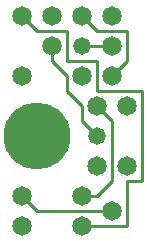
<source format=gbl>
%MOIN*%
%FSLAX25Y25*%
G04 D10 used for Character Trace; *
G04     Circle (OD=.01000) (No hole)*
G04 D11 used for Power Trace; *
G04     Circle (OD=.06700) (No hole)*
G04 D12 used for Signal Trace; *
G04     Circle (OD=.01100) (No hole)*
G04 D13 used for Via; *
G04     Circle (OD=.05800) (Round. Hole ID=.02800)*
G04 D14 used for Component hole; *
G04     Circle (OD=.06500) (Round. Hole ID=.03500)*
G04 D15 used for Component hole; *
G04     Circle (OD=.06700) (Round. Hole ID=.04300)*
G04 D16 used for Component hole; *
G04     Circle (OD=.08100) (Round. Hole ID=.05100)*
G04 D17 used for Component hole; *
G04     Circle (OD=.08900) (Round. Hole ID=.05900)*
G04 D18 used for Component hole; *
G04     Circle (OD=.11300) (Round. Hole ID=.08300)*
G04 D19 used for Component hole; *
G04     Circle (OD=.16000) (Round. Hole ID=.13000)*
G04 D20 used for Component hole; *
G04     Circle (OD=.18300) (Round. Hole ID=.15300)*
G04 D21 used for Component hole; *
G04     Circle (OD=.22291) (Round. Hole ID=.19291)*
%ADD10C,.01000*%
%ADD11C,.06700*%
%ADD12C,.01100*%
%ADD13C,.05800*%
%ADD14C,.06500*%
%ADD15C,.06700*%
%ADD16C,.08100*%
%ADD17C,.08900*%
%ADD18C,.11300*%
%ADD19C,.16000*%
%ADD20C,.18300*%
%ADD21C,.22291*%
%IPPOS*%
%LPD*%
G90*X0Y0D02*D14*X25000Y5000D03*Y15000D03*D12*     
X30000Y10000D01*X55000D01*D14*D03*D12*            
X45000Y5000D02*X60000D01*D14*X45000D03*D12*       
Y15000D02*X50000D01*D14*X45000D03*D12*X50000D02*  
X55000Y20000D01*Y40000D01*X50000Y45000D01*D14*D03*
D12*Y35000D02*X45000Y40000D01*D13*X50000Y35000D03*
D12*X45000Y40000D02*Y45000D01*X40000Y50000D01*    
Y55000D01*X35000Y60000D01*Y65000D01*D14*D03*D12*  
X40000Y60000D02*X50000D01*Y50000D01*X65000D01*    
Y20000D01*X60000D01*Y5000D01*D14*Y25000D03*       
X50000D03*D21*X30000Y35000D03*D14*X60000Y45000D03*
X55000Y55000D03*D12*X60000Y60000D01*Y70000D01*    
X50000D01*X45000Y75000D01*D14*D03*D12*            
X40000Y60000D02*Y70000D01*D14*X45000Y55000D03*D13*
Y65000D03*D12*X55000D01*D14*D03*Y75000D03*D12*    
X30000Y70000D02*X40000D01*X30000D02*              
X25000Y75000D01*D14*D03*X35000D03*X25000Y55000D03*
M02*                                              

</source>
